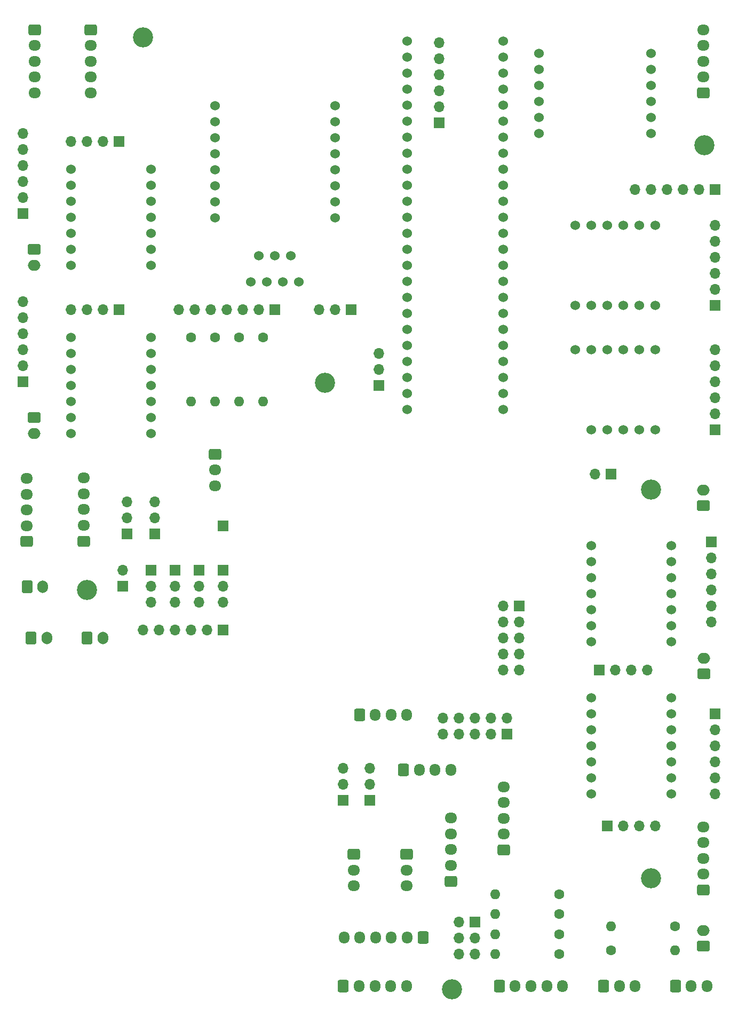
<source format=gts>
%TF.GenerationSoftware,KiCad,Pcbnew,7.0.9*%
%TF.CreationDate,2023-12-07T23:58:00+01:00*%
%TF.ProjectId,kicad_RCJ,6b696361-645f-4524-934a-2e6b69636164,rev?*%
%TF.SameCoordinates,Original*%
%TF.FileFunction,Soldermask,Top*%
%TF.FilePolarity,Negative*%
%FSLAX46Y46*%
G04 Gerber Fmt 4.6, Leading zero omitted, Abs format (unit mm)*
G04 Created by KiCad (PCBNEW 7.0.9) date 2023-12-07 23:58:00*
%MOMM*%
%LPD*%
G01*
G04 APERTURE LIST*
G04 Aperture macros list*
%AMRoundRect*
0 Rectangle with rounded corners*
0 $1 Rounding radius*
0 $2 $3 $4 $5 $6 $7 $8 $9 X,Y pos of 4 corners*
0 Add a 4 corners polygon primitive as box body*
4,1,4,$2,$3,$4,$5,$6,$7,$8,$9,$2,$3,0*
0 Add four circle primitives for the rounded corners*
1,1,$1+$1,$2,$3*
1,1,$1+$1,$4,$5*
1,1,$1+$1,$6,$7*
1,1,$1+$1,$8,$9*
0 Add four rect primitives between the rounded corners*
20,1,$1+$1,$2,$3,$4,$5,0*
20,1,$1+$1,$4,$5,$6,$7,0*
20,1,$1+$1,$6,$7,$8,$9,0*
20,1,$1+$1,$8,$9,$2,$3,0*%
G04 Aperture macros list end*
%ADD10RoundRect,0.250000X-0.725000X0.600000X-0.725000X-0.600000X0.725000X-0.600000X0.725000X0.600000X0*%
%ADD11O,1.950000X1.700000*%
%ADD12RoundRect,0.250000X-0.600000X-0.725000X0.600000X-0.725000X0.600000X0.725000X-0.600000X0.725000X0*%
%ADD13O,1.700000X1.950000*%
%ADD14C,1.524000*%
%ADD15R,1.700000X1.700000*%
%ADD16O,1.700000X1.700000*%
%ADD17C,1.600000*%
%ADD18O,1.600000X1.600000*%
%ADD19RoundRect,0.250000X0.750000X-0.600000X0.750000X0.600000X-0.750000X0.600000X-0.750000X-0.600000X0*%
%ADD20O,2.000000X1.700000*%
%ADD21RoundRect,0.250000X0.725000X-0.600000X0.725000X0.600000X-0.725000X0.600000X-0.725000X-0.600000X0*%
%ADD22C,3.200000*%
%ADD23RoundRect,0.250000X-0.750000X0.600000X-0.750000X-0.600000X0.750000X-0.600000X0.750000X0.600000X0*%
%ADD24RoundRect,0.250000X-0.600000X-0.750000X0.600000X-0.750000X0.600000X0.750000X-0.600000X0.750000X0*%
%ADD25O,1.700000X2.000000*%
%ADD26RoundRect,0.250000X0.600000X0.725000X-0.600000X0.725000X-0.600000X-0.725000X0.600000X-0.725000X0*%
G04 APERTURE END LIST*
D10*
%TO.C,S5*%
X66040000Y-103585000D03*
D11*
X66040000Y-106085000D03*
X66040000Y-108585000D03*
%TD*%
D12*
%TO.C,J29*%
X88960000Y-144890000D03*
D13*
X91460000Y-144890000D03*
X93960000Y-144890000D03*
X96460000Y-144890000D03*
%TD*%
D12*
%TO.C,J28*%
X95945000Y-153670000D03*
D13*
X98445000Y-153670000D03*
X100945000Y-153670000D03*
X103445000Y-153670000D03*
%TD*%
D14*
%TO.C,U4*%
X125730000Y-118110000D03*
X125730000Y-120650000D03*
X125730000Y-123190000D03*
X125730000Y-125730000D03*
X125730000Y-128270000D03*
X125730000Y-130810000D03*
X125730000Y-133350000D03*
X138430000Y-118110000D03*
X138430000Y-120650000D03*
X138430000Y-123190000D03*
X138430000Y-125730000D03*
X138430000Y-128270000D03*
X138430000Y-130810000D03*
X138430000Y-133350000D03*
%TD*%
%TO.C,U3*%
X125730000Y-142240000D03*
X125730000Y-144780000D03*
X125730000Y-147320000D03*
X125730000Y-149860000D03*
X125730000Y-152400000D03*
X125730000Y-154940000D03*
X125730000Y-157480000D03*
X138430000Y-142240000D03*
X138430000Y-144780000D03*
X138430000Y-147320000D03*
X138430000Y-149860000D03*
X138430000Y-152400000D03*
X138430000Y-154940000D03*
X138430000Y-157480000D03*
%TD*%
%TO.C,U2*%
X55880000Y-100305000D03*
X55880000Y-97765000D03*
X55880000Y-95225000D03*
X55880000Y-92685000D03*
X55880000Y-90145000D03*
X55880000Y-87605000D03*
X55880000Y-85065000D03*
X43180000Y-100305000D03*
X43180000Y-97765000D03*
X43180000Y-95225000D03*
X43180000Y-92685000D03*
X43180000Y-90145000D03*
X43180000Y-87605000D03*
X43180000Y-85065000D03*
%TD*%
%TO.C,U1*%
X55880000Y-73660000D03*
X55880000Y-71120000D03*
X55880000Y-68580000D03*
X55880000Y-66040000D03*
X55880000Y-63500000D03*
X55880000Y-60960000D03*
X55880000Y-58420000D03*
X43180000Y-73660000D03*
X43180000Y-71120000D03*
X43180000Y-68580000D03*
X43180000Y-66040000D03*
X43180000Y-63500000D03*
X43180000Y-60960000D03*
X43180000Y-58420000D03*
%TD*%
%TO.C,U6*%
X96520000Y-40640000D03*
X96520000Y-43180000D03*
X96520000Y-45720000D03*
X96520000Y-48260000D03*
X96520000Y-50800000D03*
X96520000Y-53340000D03*
X96520000Y-55880000D03*
X96520000Y-58420000D03*
X96520000Y-60960000D03*
X96520000Y-63500000D03*
X96520000Y-66040000D03*
X96520000Y-68580000D03*
X96520000Y-71120000D03*
X111760000Y-71120000D03*
X111760000Y-68580000D03*
X111760000Y-66040000D03*
X111760000Y-63500000D03*
X111760000Y-60960000D03*
X111760000Y-58420000D03*
X111760000Y-55880000D03*
X111760000Y-53340000D03*
X111760000Y-50800000D03*
X111760000Y-48260000D03*
X111760000Y-45720000D03*
X96520000Y-76200000D03*
X96520000Y-78740000D03*
X96520000Y-81280000D03*
X96520000Y-83820000D03*
X96520000Y-86360000D03*
X96520000Y-88900000D03*
X96520000Y-91440000D03*
X96520000Y-93980000D03*
X96520000Y-96520000D03*
X111760000Y-96520000D03*
X111760000Y-93980000D03*
X111760000Y-91440000D03*
X111760000Y-88900000D03*
X111760000Y-86360000D03*
X111760000Y-83820000D03*
X111760000Y-81280000D03*
X111760000Y-78740000D03*
X111760000Y-76200000D03*
X96520000Y-38100000D03*
X111760000Y-73660000D03*
X111760000Y-43180000D03*
X111760000Y-40640000D03*
X111760000Y-38100000D03*
X96520000Y-73660000D03*
%TD*%
D15*
%TO.C,J14*%
X101600000Y-51028600D03*
D16*
X101600000Y-48488600D03*
X101600000Y-45948600D03*
X101600000Y-43408600D03*
X101600000Y-40868600D03*
X101600000Y-38328600D03*
%TD*%
D15*
%TO.C,J15*%
X91998800Y-92684600D03*
D16*
X91998800Y-90144600D03*
X91998800Y-87604600D03*
%TD*%
D17*
%TO.C,R14*%
X139065000Y-178435000D03*
D18*
X128905000Y-178435000D03*
%TD*%
D17*
%TO.C,R12*%
X120650000Y-173355000D03*
D18*
X110490000Y-173355000D03*
%TD*%
D19*
%TO.C,J27*%
X143510000Y-111760000D03*
D20*
X143510000Y-109260000D03*
%TD*%
D15*
%TO.C,J9*%
X67310000Y-131445000D03*
D16*
X64770000Y-131445000D03*
X62230000Y-131445000D03*
X59690000Y-131445000D03*
X57150000Y-131445000D03*
X54610000Y-131445000D03*
%TD*%
D18*
%TO.C,R8*%
X110490000Y-179705000D03*
D17*
X120650000Y-179705000D03*
%TD*%
D15*
%TO.C,M4*%
X144780000Y-117475000D03*
D16*
X144780000Y-120015000D03*
X144780000Y-122555000D03*
X144780000Y-125095000D03*
X144780000Y-127635000D03*
X144780000Y-130175000D03*
%TD*%
D21*
%TO.C,U16*%
X111870000Y-166330000D03*
D11*
X111870000Y-163830000D03*
X111870000Y-161330000D03*
X111870000Y-158830000D03*
X111870000Y-156330000D03*
%TD*%
D15*
%TO.C,J13*%
X127000000Y-137795000D03*
D16*
X129540000Y-137795000D03*
X132080000Y-137795000D03*
X134620000Y-137795000D03*
%TD*%
D22*
%TO.C,H1*%
X54610000Y-37465000D03*
%TD*%
D15*
%TO.C,D8*%
X52070000Y-116190000D03*
D16*
X52070000Y-113650000D03*
X52070000Y-111110000D03*
%TD*%
D23*
%TO.C,J24*%
X37355000Y-71120000D03*
D20*
X37355000Y-73620000D03*
%TD*%
D17*
%TO.C,R4*%
X62230000Y-85090000D03*
D18*
X62230000Y-95250000D03*
%TD*%
D24*
%TO.C,J5*%
X36235000Y-124570000D03*
D25*
X38735000Y-124570000D03*
%TD*%
D14*
%TO.C,U19*%
X66040000Y-66130000D03*
X66040000Y-63590000D03*
X66040000Y-61050000D03*
X66040000Y-58510000D03*
X66040000Y-55970000D03*
X66040000Y-53430000D03*
X66040000Y-50890000D03*
X66040000Y-48350000D03*
X85090000Y-48350000D03*
X85090000Y-50890000D03*
X85090000Y-53430000D03*
X85090000Y-55970000D03*
X85090000Y-58510000D03*
X85090000Y-61050000D03*
X85090000Y-63590000D03*
X85090000Y-66130000D03*
X71755000Y-76290000D03*
X74295000Y-76290000D03*
X73010000Y-72140000D03*
X75550000Y-72140000D03*
X78090000Y-72140000D03*
X76835000Y-76290000D03*
X79375000Y-76290000D03*
%TD*%
D15*
%TO.C,J19*%
X112395000Y-147955000D03*
D16*
X112395000Y-145415000D03*
X109855000Y-147955000D03*
X109855000Y-145415000D03*
X107315000Y-147955000D03*
X107315000Y-145415000D03*
X104775000Y-147955000D03*
X104775000Y-145415000D03*
X102235000Y-147955000D03*
X102235000Y-145415000D03*
%TD*%
D22*
%TO.C,H4*%
X135255000Y-170815000D03*
%TD*%
D15*
%TO.C,J3*%
X51435000Y-124475000D03*
D16*
X51435000Y-121935000D03*
%TD*%
D15*
%TO.C,M1*%
X35560000Y-65405000D03*
D16*
X35560000Y-62865000D03*
X35560000Y-60325000D03*
X35560000Y-57785000D03*
X35560000Y-55245000D03*
X35560000Y-52705000D03*
%TD*%
D10*
%TO.C,S2*%
X88045000Y-167045000D03*
D11*
X88045000Y-169545000D03*
X88045000Y-172045000D03*
%TD*%
D14*
%TO.C,U21*%
X123190000Y-80010000D03*
X125730000Y-80010000D03*
X128270000Y-80010000D03*
X130810000Y-80010000D03*
X133350000Y-80010000D03*
X135890000Y-80010000D03*
X123190000Y-67310000D03*
X125730000Y-67310000D03*
X128270000Y-67310000D03*
X130810000Y-67310000D03*
X133350000Y-67310000D03*
X135890000Y-67310000D03*
%TD*%
D15*
%TO.C,D7*%
X56490000Y-116175000D03*
D16*
X56490000Y-113635000D03*
X56490000Y-111095000D03*
%TD*%
D21*
%TO.C,U12*%
X143510000Y-46275000D03*
D11*
X143510000Y-43775000D03*
X143510000Y-41275000D03*
X143510000Y-38775000D03*
X143510000Y-36275000D03*
%TD*%
D15*
%TO.C,M2*%
X35560000Y-92075000D03*
D16*
X35560000Y-89535000D03*
X35560000Y-86995000D03*
X35560000Y-84455000D03*
X35560000Y-81915000D03*
X35560000Y-79375000D03*
%TD*%
D24*
%TO.C,J4*%
X36830000Y-132715000D03*
D25*
X39330000Y-132715000D03*
%TD*%
D17*
%TO.C,R2*%
X69850000Y-85090000D03*
D18*
X69850000Y-95250000D03*
%TD*%
D12*
%TO.C,S3*%
X127715000Y-187960000D03*
D13*
X130215000Y-187960000D03*
X132715000Y-187960000D03*
%TD*%
D10*
%TO.C,U14*%
X37465000Y-36275000D03*
D11*
X37465000Y-38775000D03*
X37465000Y-41275000D03*
X37465000Y-43775000D03*
X37465000Y-46275000D03*
%TD*%
D16*
%TO.C,J18*%
X111760000Y-137795000D03*
X114300000Y-137795000D03*
X111760000Y-135255000D03*
X114300000Y-135255000D03*
X111760000Y-132715000D03*
X114300000Y-132715000D03*
X111760000Y-130175000D03*
X114300000Y-130175000D03*
X111760000Y-127635000D03*
D15*
X114300000Y-127635000D03*
%TD*%
D21*
%TO.C,U17*%
X103505000Y-171290000D03*
D11*
X103505000Y-168790000D03*
X103505000Y-166290000D03*
X103505000Y-163790000D03*
X103505000Y-161290000D03*
%TD*%
D22*
%TO.C,H2*%
X143713200Y-54559200D03*
%TD*%
%TO.C,H7*%
X83515200Y-92227400D03*
%TD*%
D15*
%TO.C,J12*%
X128270000Y-162560000D03*
D16*
X130810000Y-162560000D03*
X133350000Y-162560000D03*
X135890000Y-162560000D03*
%TD*%
D18*
%TO.C,R6*%
X110490000Y-182880000D03*
D17*
X120650000Y-182880000D03*
%TD*%
D15*
%TO.C,J21*%
X145415000Y-80010000D03*
D16*
X145415000Y-77470000D03*
X145415000Y-74930000D03*
X145415000Y-72390000D03*
X145415000Y-69850000D03*
X145415000Y-67310000D03*
%TD*%
D15*
%TO.C,J7*%
X67310000Y-114935000D03*
%TD*%
%TO.C,J16*%
X75565000Y-80645000D03*
D16*
X73025000Y-80645000D03*
X70485000Y-80645000D03*
X67945000Y-80645000D03*
X65405000Y-80645000D03*
X62865000Y-80645000D03*
X60325000Y-80645000D03*
%TD*%
D17*
%TO.C,R10*%
X120650000Y-176530000D03*
D18*
X110490000Y-176530000D03*
%TD*%
D21*
%TO.C,U18*%
X143510000Y-172680000D03*
D11*
X143510000Y-170180000D03*
X143510000Y-167680000D03*
X143510000Y-165180000D03*
X143510000Y-162680000D03*
%TD*%
D15*
%TO.C,M6*%
X90600000Y-158432500D03*
D16*
X90600000Y-155892500D03*
X90600000Y-153352500D03*
%TD*%
D22*
%TO.C,H5*%
X103632000Y-188468000D03*
%TD*%
D15*
%TO.C,M5*%
X86360000Y-158432500D03*
D16*
X86360000Y-155892500D03*
X86360000Y-153352500D03*
%TD*%
D15*
%TO.C,J8*%
X87630000Y-80645000D03*
D16*
X85090000Y-80645000D03*
X82550000Y-80645000D03*
%TD*%
D15*
%TO.C,D3*%
X63525000Y-121935000D03*
D16*
X63525000Y-124475000D03*
X63525000Y-127015000D03*
%TD*%
D24*
%TO.C,J6*%
X45720000Y-132715000D03*
D25*
X48220000Y-132715000D03*
%TD*%
D15*
%TO.C,D4*%
X67310000Y-121935000D03*
D16*
X67310000Y-124475000D03*
X67310000Y-127015000D03*
%TD*%
D19*
%TO.C,J26*%
X143620000Y-138430000D03*
D20*
X143620000Y-135930000D03*
%TD*%
D13*
%TO.C,J30*%
X121165000Y-187960000D03*
X118665000Y-187960000D03*
X116165000Y-187960000D03*
X113665000Y-187960000D03*
D12*
X111165000Y-187960000D03*
%TD*%
D15*
%TO.C,J17*%
X107315000Y-177800000D03*
D16*
X104775000Y-177800000D03*
X107315000Y-180340000D03*
X104775000Y-180340000D03*
X107315000Y-182880000D03*
X104775000Y-182880000D03*
%TD*%
D26*
%TO.C,U23*%
X99020000Y-180230000D03*
D13*
X96520000Y-180230000D03*
X94020000Y-180230000D03*
X91520000Y-180230000D03*
X89020000Y-180230000D03*
X86520000Y-180230000D03*
%TD*%
D15*
%TO.C,J11*%
X50800000Y-80645000D03*
D16*
X48260000Y-80645000D03*
X45720000Y-80645000D03*
X43180000Y-80645000D03*
%TD*%
D19*
%TO.C,J23*%
X143510000Y-181610000D03*
D20*
X143510000Y-179110000D03*
%TD*%
D15*
%TO.C,J10*%
X50800000Y-53975000D03*
D16*
X48260000Y-53975000D03*
X45720000Y-53975000D03*
X43180000Y-53975000D03*
%TD*%
D15*
%TO.C,D5*%
X59715000Y-121935000D03*
D16*
X59715000Y-124475000D03*
X59715000Y-127015000D03*
%TD*%
D23*
%TO.C,J25*%
X37355000Y-97790000D03*
D20*
X37355000Y-100290000D03*
%TD*%
D21*
%TO.C,U25*%
X45195000Y-117355000D03*
D11*
X45195000Y-114855000D03*
X45195000Y-112355000D03*
X45195000Y-109855000D03*
X45195000Y-107355000D03*
%TD*%
D18*
%TO.C,R3*%
X66040000Y-95250000D03*
D17*
X66040000Y-85090000D03*
%TD*%
D12*
%TO.C,U24*%
X86400000Y-187960000D03*
D13*
X88900000Y-187960000D03*
X91400000Y-187960000D03*
X93900000Y-187960000D03*
X96400000Y-187960000D03*
%TD*%
D17*
%TO.C,R13*%
X128905000Y-182245000D03*
D18*
X139065000Y-182245000D03*
%TD*%
D14*
%TO.C,U20*%
X135255000Y-52705000D03*
X135255000Y-50165000D03*
X135255000Y-47625000D03*
X135255000Y-45085000D03*
X135255000Y-42545000D03*
X135255000Y-40005000D03*
X117475000Y-52705000D03*
X117475000Y-50165000D03*
X117475000Y-47625000D03*
X117475000Y-45085000D03*
X117475000Y-42545000D03*
X117475000Y-40005000D03*
%TD*%
D15*
%TO.C,D6*%
X55905000Y-121935000D03*
D16*
X55905000Y-124475000D03*
X55905000Y-127015000D03*
%TD*%
D10*
%TO.C,U13*%
X46355000Y-36275000D03*
D11*
X46355000Y-38775000D03*
X46355000Y-41275000D03*
X46355000Y-43775000D03*
X46355000Y-46275000D03*
%TD*%
D22*
%TO.C,H3*%
X135255000Y-109220000D03*
%TD*%
D15*
%TO.C,J2*%
X145390000Y-99670000D03*
D16*
X145390000Y-97130000D03*
X145390000Y-94590000D03*
X145390000Y-92050000D03*
X145390000Y-89510000D03*
X145390000Y-86970000D03*
%TD*%
D15*
%TO.C,J20*%
X145415000Y-61595000D03*
D16*
X142875000Y-61595000D03*
X140335000Y-61595000D03*
X137795000Y-61595000D03*
X135255000Y-61595000D03*
X132715000Y-61595000D03*
%TD*%
D14*
%TO.C,U22*%
X135890000Y-86995000D03*
X133350000Y-86995000D03*
X130810000Y-86995000D03*
X128270000Y-86995000D03*
X125730000Y-86995000D03*
X123190000Y-86995000D03*
X135890000Y-99695000D03*
X133350000Y-99695000D03*
X130810000Y-99695000D03*
X128270000Y-99695000D03*
X125730000Y-99695000D03*
%TD*%
D22*
%TO.C,H6*%
X45720000Y-125095000D03*
%TD*%
D15*
%TO.C,J22*%
X128885000Y-106705000D03*
D16*
X126345000Y-106705000D03*
%TD*%
D21*
%TO.C,U15*%
X36195000Y-117435000D03*
D11*
X36195000Y-114935000D03*
X36195000Y-112435000D03*
X36195000Y-109935000D03*
X36195000Y-107435000D03*
%TD*%
D18*
%TO.C,R1*%
X73660000Y-95250000D03*
D17*
X73660000Y-85090000D03*
%TD*%
D15*
%TO.C,M3*%
X145415000Y-144780000D03*
D16*
X145415000Y-147320000D03*
X145415000Y-149860000D03*
X145415000Y-152400000D03*
X145415000Y-154940000D03*
X145415000Y-157480000D03*
%TD*%
D12*
%TO.C,S4*%
X139105000Y-187960000D03*
D13*
X141605000Y-187960000D03*
X144105000Y-187960000D03*
%TD*%
D10*
%TO.C,S1*%
X96410000Y-167045000D03*
D11*
X96410000Y-169545000D03*
X96410000Y-172045000D03*
%TD*%
M02*

</source>
